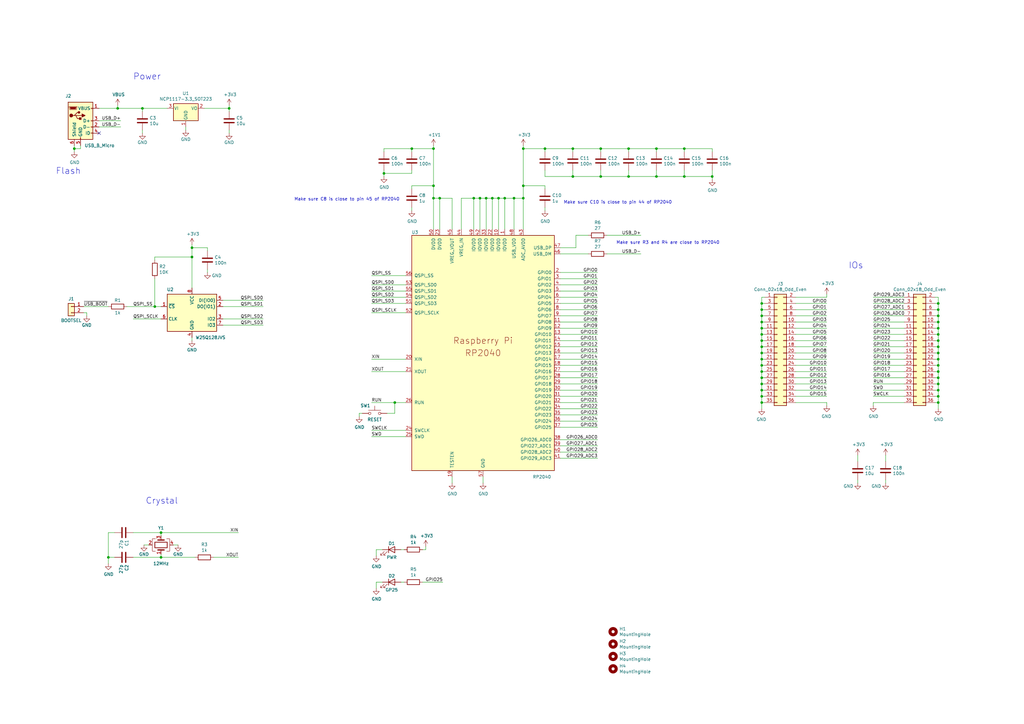
<source format=kicad_sch>
(kicad_sch (version 20211123) (generator eeschema)
  (paper "A3")
  (title_block (title "RP2040 Minimal Design Example") (date "2020-12-18") (rev "REV1") (company "Raspberry Pi (Trading) Ltd"))
  (lib_symbols
    (symbol "Connector:USB_B_Micro" (pin_names (offset 1.016))
      (property "Reference" "J" (at -5.08 11.43 0))
      (property "Value" "USB_B_Micro" (at -5.08 8.89 0))
      (symbol "USB_B_Micro_1_1"
        (pin power_out line (at 7.62 5.08 180) (length 2.54) (name "VBUS") (number "1"))
        (pin bidirectional line (at 7.62 -2.54 180) (length 2.54) (name "D-") (number "2"))
        (pin bidirectional line (at 7.62 0 180) (length 2.54) (name "D+") (number "3"))
        (pin passive line (at 7.62 -5.08 180) (length 2.54) (name "ID") (number "4"))
        (pin power_out line (at 0 -10.16 90) (length 2.54) (name "GND") (number "5"))
        (pin passive line (at -2.54 -10.16 90) (length 2.54) (name "Shield") (number "6"))
      )
    )
    (symbol "Connector_Generic:Conn_01x02" (pin_names (offset 1.016) hide)
      (property "Reference" "J" (at 0 2.54 0))
      (property "Value" "Conn_01x02" (at 0 -5.08 0))
      (symbol "Conn_01x02_1_1"
        (pin passive line (at -5.08 0 0) (length 3.81) (name "Pin_1") (number "1"))
        (pin passive line (at -5.08 -2.54 0) (length 3.81) (name "Pin_2") (number "2"))
      )
    )
    (symbol "Connector_Generic:Conn_02x18_Odd_Even" (pin_names (offset 1.016) hide)
      (property "Reference" "J" (at 1.27 22.86 0))
      (property "Value" "Conn_02x18_Odd_Even" (at 1.27 -25.4 0))
      (symbol "Conn_02x18_Odd_Even_1_1"
        (pin passive line (at -5.08 20.32 0) (length 3.81) (name "Pin_1") (number "1"))
        (pin passive line (at 7.62 10.16 180) (length 3.81) (name "Pin_10") (number "10"))
        (pin passive line (at -5.08 7.62 0) (length 3.81) (name "Pin_11") (number "11"))
        (pin passive line (at 7.62 7.62 180) (length 3.81) (name "Pin_12") (number "12"))
        (pin passive line (at -5.08 5.08 0) (length 3.81) (name "Pin_13") (number "13"))
        (pin passive line (at 7.62 5.08 180) (length 3.81) (name "Pin_14") (number "14"))
        (pin passive line (at -5.08 2.54 0) (length 3.81) (name "Pin_15") (number "15"))
        (pin passive line (at 7.62 2.54 180) (length 3.81) (name "Pin_16") (number "16"))
        (pin passive line (at -5.08 0 0) (length 3.81) (name "Pin_17") (number "17"))
        (pin passive line (at 7.62 0 180) (length 3.81) (name "Pin_18") (number "18"))
        (pin passive line (at -5.08 -2.54 0) (length 3.81) (name "Pin_19") (number "19"))
        (pin passive line (at 7.62 20.32 180) (length 3.81) (name "Pin_2") (number "2"))
        (pin passive line (at 7.62 -2.54 180) (length 3.81) (name "Pin_20") (number "20"))
        (pin passive line (at -5.08 -5.08 0) (length 3.81) (name "Pin_21") (number "21"))
        (pin passive line (at 7.62 -5.08 180) (length 3.81) (name "Pin_22") (number "22"))
        (pin passive line (at -5.08 -7.62 0) (length 3.81) (name "Pin_23") (number "23"))
        (pin passive line (at 7.62 -7.62 180) (length 3.81) (name "Pin_24") (number "24"))
        (pin passive line (at -5.08 -10.16 0) (length 3.81) (name "Pin_25") (number "25"))
        (pin passive line (at 7.62 -10.16 180) (length 3.81) (name "Pin_26") (number "26"))
        (pin passive line (at -5.08 -12.7 0) (length 3.81) (name "Pin_27") (number "27"))
        (pin passive line (at 7.62 -12.7 180) (length 3.81) (name "Pin_28") (number "28"))
        (pin passive line (at -5.08 -15.24 0) (length 3.81) (name "Pin_29") (number "29"))
        (pin passive line (at -5.08 17.78 0) (length 3.81) (name "Pin_3") (number "3"))
        (pin passive line (at 7.62 -15.24 180) (length 3.81) (name "Pin_30") (number "30"))
        (pin passive line (at -5.08 -17.78 0) (length 3.81) (name "Pin_31") (number "31"))
        (pin passive line (at 7.62 -17.78 180) (length 3.81) (name "Pin_32") (number "32"))
        (pin passive line (at -5.08 -20.32 0) (length 3.81) (name "Pin_33") (number "33"))
        (pin passive line (at 7.62 -20.32 180) (length 3.81) (name "Pin_34") (number "34"))
        (pin passive line (at -5.08 -22.86 0) (length 3.81) (name "Pin_35") (number "35"))
        (pin passive line (at 7.62 -22.86 180) (length 3.81) (name "Pin_36") (number "36"))
        (pin passive line (at 7.62 17.78 180) (length 3.81) (name "Pin_4") (number "4"))
        (pin passive line (at -5.08 15.24 0) (length 3.81) (name "Pin_5") (number "5"))
        (pin passive line (at 7.62 15.24 180) (length 3.81) (name "Pin_6") (number "6"))
        (pin passive line (at -5.08 12.7 0) (length 3.81) (name "Pin_7") (number "7"))
        (pin passive line (at 7.62 12.7 180) (length 3.81) (name "Pin_8") (number "8"))
        (pin passive line (at -5.08 10.16 0) (length 3.81) (name "Pin_9") (number "9"))
      )
    )
    (symbol "Device:C" (pin_numbers hide) (pin_names (offset 0.254))
      (property "Reference" "C" (at 0.635 2.54 0))
      (property "Value" "C" (at 0.635 -2.54 0))
      (symbol "C_1_1"
        (pin passive line (at 0 3.81 270) (length 2.794) (name "~") (number "1"))
        (pin passive line (at 0 -3.81 90) (length 2.794) (name "~") (number "2"))
      )
    )
    (symbol "Device:Crystal_GND24" (pin_names (offset 1.016) hide)
      (property "Reference" "Y" (at 3.175 5.08 0))
      (property "Value" "Crystal_GND24" (at 3.175 3.175 0))
      (symbol "Crystal_GND24_1_1"
        (pin passive line (at -3.81 0 0) (length 1.27) (name "1") (number "1"))
        (pin passive line (at 0 5.08 270) (length 1.27) (name "2") (number "2"))
        (pin passive line (at 3.81 0 180) (length 1.27) (name "3") (number "3"))
        (pin passive line (at 0 -5.08 90) (length 1.27) (name "4") (number "4"))
      )
    )
    (symbol "Device:LED" (pin_numbers hide) (pin_names (offset 1.016) hide)
      (property "Reference" "D" (at 0 2.54 0))
      (property "Value" "LED" (at 0 -2.54 0))
      (symbol "LED_1_1"
        (pin passive line (at -3.81 0 0) (length 2.54) (name "K") (number "1"))
        (pin passive line (at 3.81 0 180) (length 2.54) (name "A") (number "2"))
      )
    )
    (symbol "Device:R" (pin_numbers hide) (pin_names (offset 0))
      (property "Reference" "R" (at 2.032 0 90))
      (property "Value" "R" (at 0 0 90))
      (symbol "R_1_1"
        (pin passive line (at 0 3.81 270) (length 1.27) (name "~") (number "1"))
        (pin passive line (at 0 -3.81 90) (length 1.27) (name "~") (number "2"))
      )
    )
    (symbol "MCU_RaspberryPi_RP2040:RP2040" (pin_names (offset 1.016))
      (property "Reference" "U" (at -29.21 49.53 0))
      (property "Value" "RP2040" (at 24.13 -49.53 0))
      (symbol "RP2040_0_0"
        (text "Raspberry Pi" (at 0 5.08 0) (effects (font (size 2.54 2.54))))
        (text "RP2040" (at 0 0 0) (effects (font (size 2.54 2.54))))
      )
      (symbol "RP2040_1_1"
        (pin power_in line (at 8.89 50.8 270) (length 2.54) (name "IOVDD") (number "1"))
        (pin power_in line (at 6.35 50.8 270) (length 2.54) (name "IOVDD") (number "10"))
        (pin bidirectional line (at 31.75 12.7 180) (length 2.54) (name "GPIO8") (number "11"))
        (pin bidirectional line (at 31.75 10.16 180) (length 2.54) (name "GPIO9") (number "12"))
        (pin bidirectional line (at 31.75 7.62 180) (length 2.54) (name "GPIO10") (number "13"))
        (pin bidirectional line (at 31.75 5.08 180) (length 2.54) (name "GPIO11") (number "14"))
        (pin bidirectional line (at 31.75 2.54 180) (length 2.54) (name "GPIO12") (number "15"))
        (pin bidirectional line (at 31.75 0 180) (length 2.54) (name "GPIO13") (number "16"))
        (pin bidirectional line (at 31.75 -2.54 180) (length 2.54) (name "GPIO14") (number "17"))
        (pin bidirectional line (at 31.75 -5.08 180) (length 2.54) (name "GPIO15") (number "18"))
        (pin passive line (at -12.7 -50.8 90) (length 2.54) (name "TESTEN") (number "19"))
        (pin bidirectional line (at 31.75 33.02 180) (length 2.54) (name "GPIO0") (number "2"))
        (pin input line (at -31.75 -2.54 0) (length 2.54) (name "XIN") (number "20"))
        (pin passive line (at -31.75 -7.62 0) (length 2.54) (name "XOUT") (number "21"))
        (pin power_in line (at 3.81 50.8 270) (length 2.54) (name "IOVDD") (number "22"))
        (pin power_in line (at -17.78 50.8 270) (length 2.54) (name "DVDD") (number "23"))
        (pin output line (at -31.75 -31.75 0) (length 2.54) (name "SWCLK") (number "24"))
        (pin bidirectional line (at -31.75 -34.29 0) (length 2.54) (name "SWD") (number "25"))
        (pin input line (at -31.75 -20.32 0) (length 2.54) (name "RUN") (number "26"))
        (pin bidirectional line (at 31.75 -7.62 180) (length 2.54) (name "GPIO16") (number "27"))
        (pin bidirectional line (at 31.75 -10.16 180) (length 2.54) (name "GPIO17") (number "28"))
        (pin bidirectional line (at 31.75 -12.7 180) (length 2.54) (name "GPIO18") (number "29"))
        (pin bidirectional line (at 31.75 30.48 180) (length 2.54) (name "GPIO1") (number "3"))
        (pin bidirectional line (at 31.75 -15.24 180) (length 2.54) (name "GPIO19") (number "30"))
        (pin bidirectional line (at 31.75 -17.78 180) (length 2.54) (name "GPIO20") (number "31"))
        (pin bidirectional line (at 31.75 -20.32 180) (length 2.54) (name "GPIO21") (number "32"))
        (pin power_in line (at 1.27 50.8 270) (length 2.54) (name "IOVDD") (number "33"))
        (pin bidirectional line (at 31.75 -22.86 180) (length 2.54) (name "GPIO22") (number "34"))
        (pin bidirectional line (at 31.75 -25.4 180) (length 2.54) (name "GPIO23") (number "35"))
        (pin bidirectional line (at 31.75 -27.94 180) (length 2.54) (name "GPIO24") (number "36"))
        (pin bidirectional line (at 31.75 -30.48 180) (length 2.54) (name "GPIO25") (number "37"))
        (pin bidirectional line (at 31.75 -35.56 180) (length 2.54) (name "GPIO26_ADC0") (number "38"))
        (pin bidirectional line (at 31.75 -38.1 180) (length 2.54) (name "GPIO27_ADC1") (number "39"))
        (pin bidirectional line (at 31.75 27.94 180) (length 2.54) (name "GPIO2") (number "4"))
        (pin bidirectional line (at 31.75 -40.64 180) (length 2.54) (name "GPIO28_ADC2") (number "40"))
        (pin bidirectional line (at 31.75 -43.18 180) (length 2.54) (name "GPIO29_ADC3") (number "41"))
        (pin power_in line (at -1.27 50.8 270) (length 2.54) (name "IOVDD") (number "42"))
        (pin power_in line (at 16.51 50.8 270) (length 2.54) (name "ADC_AVDD") (number "43"))
        (pin power_in line (at -8.89 50.8 270) (length 2.54) (name "VREG_IN") (number "44"))
        (pin power_out line (at -12.7 50.8 270) (length 2.54) (name "VREG_VOUT") (number "45"))
        (pin bidirectional line (at 31.75 40.64 180) (length 2.54) (name "USB_DM") (number "46"))
        (pin bidirectional line (at 31.75 43.18 180) (length 2.54) (name "USB_DP") (number "47"))
        (pin power_in line (at 12.7 50.8 270) (length 2.54) (name "USB_VDD") (number "48"))
        (pin power_in line (at -3.81 50.8 270) (length 2.54) (name "IOVDD") (number "49"))
        (pin bidirectional line (at 31.75 25.4 180) (length 2.54) (name "GPIO3") (number "5"))
        (pin power_in line (at -20.32 50.8 270) (length 2.54) (name "DVDD") (number "50"))
        (pin bidirectional line (at -31.75 20.32 0) (length 2.54) (name "QSPI_SD3") (number "51"))
        (pin output line (at -31.75 16.51 0) (length 2.54) (name "QSPI_SCLK") (number "52"))
        (pin bidirectional line (at -31.75 27.94 0) (length 2.54) (name "QSPI_SD0") (number "53"))
        (pin bidirectional line (at -31.75 22.86 0) (length 2.54) (name "QSPI_SD2") (number "54"))
        (pin bidirectional line (at -31.75 25.4 0) (length 2.54) (name "QSPI_SD1") (number "55"))
        (pin bidirectional line (at -31.75 31.75 0) (length 2.54) (name "QSPI_SS") (number "56"))
        (pin power_in line (at 0 -50.8 90) (length 2.54) (name "GND") (number "57"))
        (pin bidirectional line (at 31.75 22.86 180) (length 2.54) (name "GPIO4") (number "6"))
        (pin bidirectional line (at 31.75 20.32 180) (length 2.54) (name "GPIO5") (number "7"))
        (pin bidirectional line (at 31.75 17.78 180) (length 2.54) (name "GPIO6") (number "8"))
        (pin bidirectional line (at 31.75 15.24 180) (length 2.54) (name "GPIO7") (number "9"))
      )
    )
    (symbol "Mechanical:MountingHole" (pin_names (offset 1.016))
      (property "Reference" "H" (at 0 5.08 0))
      (property "Value" "MountingHole" (at 0 3.175 0))
    )
    (symbol "Memory_Flash:W25Q128JVS"
      (property "Reference" "U" (at -8.89 8.89 0))
      (property "Value" "W25Q128JVS" (at 7.62 8.89 0))
      (symbol "W25Q128JVS_1_1"
        (pin input line (at -12.7 2.54 0) (length 2.54) (name "~{CS}") (number "1"))
        (pin bidirectional line (at 12.7 2.54 180) (length 2.54) (name "DO(IO1)") (number "2"))
        (pin bidirectional line (at 12.7 -2.54 180) (length 2.54) (name "IO2") (number "3"))
        (pin power_in line (at 0 -10.16 90) (length 2.54) (name "GND") (number "4"))
        (pin bidirectional line (at 12.7 5.08 180) (length 2.54) (name "DI(IO0)") (number "5"))
        (pin input line (at -12.7 -2.54 0) (length 2.54) (name "CLK") (number "6"))
        (pin bidirectional line (at 12.7 -5.08 180) (length 2.54) (name "IO3") (number "7"))
        (pin power_in line (at 0 10.16 270) (length 2.54) (name "VCC") (number "8"))
      )
    )
    (symbol "Regulator_Linear:NCP1117-3.3_SOT223" (pin_names (offset 0.254))
      (property "Reference" "U" (at -3.81 3.175 0))
      (property "Value" "NCP1117-3.3_SOT223" (at 0 3.175 0))
      (symbol "NCP1117-3.3_SOT223_1_1"
        (pin power_in line (at 0 -7.62 90) (length 2.54) (name "GND") (number "1"))
        (pin power_out line (at 7.62 0 180) (length 2.54) (name "VO") (number "2"))
        (pin power_in line (at -7.62 0 0) (length 2.54) (name "VI") (number "3"))
      )
    )
    (symbol "Switch:SW_Push" (pin_numbers hide) (pin_names (offset 1.016) hide)
      (property "Reference" "SW" (at 1.27 2.54 0))
      (property "Value" "SW_Push" (at 0 -1.524 0))
      (symbol "SW_Push_0_1"
        (pin passive line (at -5.08 0 0) (length 2.54) (name "1") (number "1"))
        (pin passive line (at 5.08 0 180) (length 2.54) (name "2") (number "2"))
      )
    )
    (symbol "power:+1V1" (power) (pin_names (offset 0))
      (property "Value" "+1V1" (at 0 3.556 0))
      (symbol "+1V1_1_1"
        (pin power_in line (at 0 0 90) (length 0) hide (name "+1V1") (number "1"))
      )
    )
    (symbol "power:+3V3" (power) (pin_names (offset 0))
      (property "Value" "+3V3" (at 0 3.556 0))
      (symbol "+3V3_1_1"
        (pin power_in line (at 0 0 90) (length 0) hide (name "+3V3") (number "1"))
      )
    )
    (symbol "power:GND" (power) (pin_names (offset 0))
      (property "Value" "GND" (at 0 -3.81 0))
      (symbol "GND_1_1"
        (pin power_in line (at 0 0 270) (length 0) hide (name "GND") (number "1"))
      )
    )
    (symbol "power:VBUS" (power) (pin_names (offset 0))
      (property "Value" "VBUS" (at 0 3.81 0))
      (symbol "VBUS_1_1"
        (pin power_in line (at 0 0 90) (length 0) hide (name "VBUS") (number "1"))
      )
    )
  )
  (junction (at 180.34 81.28))
  (junction (at 78.74 105.41))
  (junction (at 280.67 72.39))
  (junction (at 257.81 72.39))
  (junction (at 63.5 125.73))
  (junction (at 177.8 81.28))
  (junction (at 384.81 152.4))
  (junction (at 384.81 149.86))
  (junction (at 312.42 149.86))
  (junction (at 44.45 228.6))
  (junction (at 168.91 60.96))
  (junction (at 66.04 218.44))
  (junction (at 384.81 160.02))
  (junction (at 312.42 124.46))
  (junction (at 246.38 72.39))
  (junction (at 234.95 60.96))
  (junction (at 312.42 160.02))
  (junction (at 384.81 162.56))
  (junction (at 292.1 72.39))
  (junction (at 199.39 81.28))
  (junction (at 177.8 76.2))
  (junction (at 269.24 60.96))
  (junction (at 234.95 72.39))
  (junction (at 93.98 44.45))
  (junction (at 269.24 72.39))
  (junction (at 214.63 76.2))
  (junction (at 312.42 129.54))
  (junction (at 312.42 134.62))
  (junction (at 78.74 101.6))
  (junction (at 58.42 44.45))
  (junction (at 384.81 165.1))
  (junction (at 384.81 157.48))
  (junction (at 201.93 81.28))
  (junction (at 312.42 142.24))
  (junction (at 384.81 154.94))
  (junction (at 280.67 60.96))
  (junction (at 312.42 154.94))
  (junction (at 384.81 142.24))
  (junction (at 157.48 71.12))
  (junction (at 384.81 139.7))
  (junction (at 384.81 147.32))
  (junction (at 30.48 60.96))
  (junction (at 384.81 124.46))
  (junction (at 194.31 81.28))
  (junction (at 312.42 165.1))
  (junction (at 207.01 81.28))
  (junction (at 384.81 132.08))
  (junction (at 66.04 228.6))
  (junction (at 214.63 81.28))
  (junction (at 48.26 44.45))
  (junction (at 312.42 152.4))
  (junction (at 312.42 144.78))
  (junction (at 177.8 60.96))
  (junction (at 257.81 60.96))
  (junction (at 312.42 162.56))
  (junction (at 384.81 144.78))
  (junction (at 312.42 137.16))
  (junction (at 246.38 60.96))
  (junction (at 223.52 60.96))
  (junction (at 312.42 132.08))
  (junction (at 204.47 81.28))
  (junction (at 384.81 127))
  (junction (at 312.42 147.32))
  (junction (at 312.42 139.7))
  (junction (at 384.81 137.16))
  (junction (at 161.925 165.1))
  (junction (at 384.81 134.62))
  (junction (at 312.42 157.48))
  (junction (at 384.81 129.54))
  (junction (at 214.63 60.96))
  (junction (at 196.85 81.28))
  (junction (at 210.82 81.28))
  (junction (at 312.42 127))
  (no_connect (at 40.64 54.61))
  (wire (pts (xy 78.74 101.6) (xy 78.74 105.41)))
  (wire (pts (xy 180.34 81.28) (xy 177.8 81.28)))
  (wire (pts (xy 196.85 81.28) (xy 199.39 81.28)))
  (wire (pts (xy 157.48 69.85) (xy 157.48 71.12)))
  (wire (pts (xy 383.54 142.24) (xy 384.81 142.24)))
  (wire (pts (xy 339.09 124.46) (xy 326.39 124.46)))
  (wire (pts (xy 71.12 223.52) (xy 73.025 223.52)))
  (wire (pts (xy 229.87 160.02) (xy 245.11 160.02)))
  (wire (pts (xy 185.42 81.28) (xy 180.34 81.28)))
  (wire (pts (xy 229.87 154.94) (xy 245.11 154.94)))
  (wire (pts (xy 161.925 165.1) (xy 152.4 165.1)))
  (wire (pts (xy 339.09 166.37) (xy 339.09 165.1)))
  (wire (pts (xy 370.84 149.86) (xy 358.14 149.86)))
  (wire (pts (xy 383.54 134.62) (xy 384.81 134.62)))
  (wire (pts (xy 229.87 116.84) (xy 245.11 116.84)))
  (wire (pts (xy 313.69 139.7) (xy 312.42 139.7)))
  (wire (pts (xy 370.84 137.16) (xy 358.14 137.16)))
  (wire (pts (xy 339.09 129.54) (xy 326.39 129.54)))
  (wire (pts (xy 312.42 149.86) (xy 312.42 152.4)))
  (wire (pts (xy 257.81 62.23) (xy 257.81 60.96)))
  (wire (pts (xy 370.84 152.4) (xy 358.14 152.4)))
  (wire (pts (xy 33.02 59.69) (xy 33.02 60.96)))
  (wire (pts (xy 312.42 144.78) (xy 312.42 147.32)))
  (wire (pts (xy 339.09 149.86) (xy 326.39 149.86)))
  (wire (pts (xy 339.09 152.4) (xy 326.39 152.4)))
  (wire (pts (xy 312.42 165.1) (xy 312.42 167.64)))
  (wire (pts (xy 313.69 149.86) (xy 312.42 149.86)))
  (wire (pts (xy 189.23 93.98) (xy 189.23 81.28)))
  (wire (pts (xy 207.01 81.28) (xy 207.01 93.98)))
  (wire (pts (xy 229.87 147.32) (xy 245.11 147.32)))
  (wire (pts (xy 339.09 127) (xy 326.39 127)))
  (wire (pts (xy 236.22 96.52) (xy 236.22 101.6)))
  (wire (pts (xy 30.48 59.69) (xy 30.48 60.96)))
  (wire (pts (xy 312.42 162.56) (xy 312.42 165.1)))
  (wire (pts (xy 63.5 105.41) (xy 78.74 105.41)))
  (wire (pts (xy 370.84 134.62) (xy 358.14 134.62)))
  (wire (pts (xy 194.31 81.28) (xy 196.85 81.28)))
  (wire (pts (xy 152.4 119.38) (xy 166.37 119.38)))
  (wire (pts (xy 312.42 154.94) (xy 312.42 157.48)))
  (wire (pts (xy 198.12 195.58) (xy 198.12 198.12)))
  (wire (pts (xy 383.54 162.56) (xy 384.81 162.56)))
  (wire (pts (xy 351.79 186.69) (xy 351.79 189.23)))
  (wire (pts (xy 312.42 142.24) (xy 312.42 144.78)))
  (wire (pts (xy 229.87 172.72) (xy 245.11 172.72)))
  (wire (pts (xy 214.63 60.96) (xy 223.52 60.96)))
  (wire (pts (xy 78.74 100.33) (xy 78.74 101.6)))
  (wire (pts (xy 166.37 128.27) (xy 152.4 128.27)))
  (wire (pts (xy 339.09 162.56) (xy 326.39 162.56)))
  (wire (pts (xy 58.42 45.72) (xy 58.42 44.45)))
  (wire (pts (xy 78.74 138.43) (xy 78.74 139.7)))
  (wire (pts (xy 210.82 93.98) (xy 210.82 81.28)))
  (wire (pts (xy 229.87 119.38) (xy 245.11 119.38)))
  (wire (pts (xy 339.09 139.7) (xy 326.39 139.7)))
  (wire (pts (xy 358.14 166.37) (xy 358.14 165.1)))
  (wire (pts (xy 223.52 77.47) (xy 223.52 76.2)))
  (wire (pts (xy 312.42 121.92) (xy 312.42 124.46)))
  (wire (pts (xy 229.87 144.78) (xy 245.11 144.78)))
  (wire (pts (xy 223.52 85.09) (xy 223.52 86.36)))
  (wire (pts (xy 313.69 157.48) (xy 312.42 157.48)))
  (wire (pts (xy 229.87 139.7) (xy 245.11 139.7)))
  (wire (pts (xy 280.67 72.39) (xy 269.24 72.39)))
  (wire (pts (xy 33.02 60.96) (xy 30.48 60.96)))
  (wire (pts (xy 313.69 127) (xy 312.42 127)))
  (wire (pts (xy 370.84 127) (xy 358.14 127)))
  (wire (pts (xy 166.37 152.4) (xy 152.4 152.4)))
  (wire (pts (xy 257.81 69.85) (xy 257.81 72.39)))
  (wire (pts (xy 370.84 121.92) (xy 358.14 121.92)))
  (wire (pts (xy 229.87 114.3) (xy 245.11 114.3)))
  (wire (pts (xy 214.63 76.2) (xy 214.63 81.28)))
  (wire (pts (xy 147.32 169.545) (xy 148.59 169.545)))
  (wire (pts (xy 196.85 93.98) (xy 196.85 81.28)))
  (wire (pts (xy 312.42 137.16) (xy 312.42 139.7)))
  (wire (pts (xy 313.69 160.02) (xy 312.42 160.02)))
  (wire (pts (xy 312.42 147.32) (xy 312.42 149.86)))
  (wire (pts (xy 91.44 125.73) (xy 107.95 125.73)))
  (wire (pts (xy 313.69 152.4) (xy 312.42 152.4)))
  (wire (pts (xy 234.95 62.23) (xy 234.95 60.96)))
  (wire (pts (xy 370.84 154.94) (xy 358.14 154.94)))
  (wire (pts (xy 185.42 93.98) (xy 185.42 81.28)))
  (wire (pts (xy 168.91 76.2) (xy 177.8 76.2)))
  (wire (pts (xy 40.64 52.07) (xy 49.53 52.07)))
  (wire (pts (xy 339.09 147.32) (xy 326.39 147.32)))
  (wire (pts (xy 93.98 44.45) (xy 93.98 43.18)))
  (wire (pts (xy 384.81 137.16) (xy 384.81 139.7)))
  (wire (pts (xy 85.09 110.49) (xy 85.09 111.76)))
  (wire (pts (xy 229.87 149.86) (xy 245.11 149.86)))
  (wire (pts (xy 93.98 45.72) (xy 93.98 44.45)))
  (wire (pts (xy 370.84 132.08) (xy 358.14 132.08)))
  (wire (pts (xy 164.465 238.76) (xy 165.735 238.76)))
  (wire (pts (xy 173.355 238.76) (xy 181.61 238.76)))
  (wire (pts (xy 168.91 62.23) (xy 168.91 60.96)))
  (wire (pts (xy 194.31 93.98) (xy 194.31 81.28)))
  (wire (pts (xy 383.54 127) (xy 384.81 127)))
  (wire (pts (xy 52.07 125.73) (xy 63.5 125.73)))
  (wire (pts (xy 229.87 165.1) (xy 245.11 165.1)))
  (wire (pts (xy 313.69 124.46) (xy 312.42 124.46)))
  (wire (pts (xy 383.54 152.4) (xy 384.81 152.4)))
  (wire (pts (xy 157.48 62.23) (xy 157.48 60.96)))
  (wire (pts (xy 384.81 149.86) (xy 384.81 152.4)))
  (wire (pts (xy 280.67 69.85) (xy 280.67 72.39)))
  (wire (pts (xy 152.4 147.32) (xy 166.37 147.32)))
  (wire (pts (xy 158.75 169.545) (xy 161.925 169.545)))
  (wire (pts (xy 229.87 182.88) (xy 245.11 182.88)))
  (wire (pts (xy 384.81 165.1) (xy 384.81 167.64)))
  (wire (pts (xy 339.09 157.48) (xy 326.39 157.48)))
  (wire (pts (xy 339.09 132.08) (xy 326.39 132.08)))
  (wire (pts (xy 229.87 101.6) (xy 236.22 101.6)))
  (wire (pts (xy 384.81 154.94) (xy 384.81 157.48)))
  (wire (pts (xy 173.355 225.425) (xy 174.625 225.425)))
  (wire (pts (xy 157.48 60.96) (xy 168.91 60.96)))
  (wire (pts (xy 312.42 157.48) (xy 312.42 160.02)))
  (wire (pts (xy 384.81 142.24) (xy 384.81 144.78)))
  (wire (pts (xy 204.47 93.98) (xy 204.47 81.28)))
  (wire (pts (xy 313.69 144.78) (xy 312.42 144.78)))
  (wire (pts (xy 383.54 132.08) (xy 384.81 132.08)))
  (wire (pts (xy 35.56 129.54) (xy 35.56 128.27)))
  (wire (pts (xy 312.42 132.08) (xy 312.42 134.62)))
  (wire (pts (xy 234.95 69.85) (xy 234.95 72.39)))
  (wire (pts (xy 384.81 160.02) (xy 384.81 162.56)))
  (wire (pts (xy 199.39 93.98) (xy 199.39 81.28)))
  (wire (pts (xy 166.37 176.53) (xy 152.4 176.53)))
  (wire (pts (xy 210.82 81.28) (xy 214.63 81.28)))
  (wire (pts (xy 229.87 180.34) (xy 245.11 180.34)))
  (wire (pts (xy 234.95 72.39) (xy 223.52 72.39)))
  (wire (pts (xy 161.925 169.545) (xy 161.925 165.1)))
  (wire (pts (xy 313.69 147.32) (xy 312.42 147.32)))
  (wire (pts (xy 248.92 96.52) (xy 262.89 96.52)))
  (wire (pts (xy 383.54 149.86) (xy 384.81 149.86)))
  (wire (pts (xy 85.09 101.6) (xy 78.74 101.6)))
  (wire (pts (xy 189.23 81.28) (xy 194.31 81.28)))
  (wire (pts (xy 152.4 116.84) (xy 166.37 116.84)))
  (wire (pts (xy 68.58 44.45) (xy 58.42 44.45)))
  (wire (pts (xy 229.87 162.56) (xy 245.11 162.56)))
  (wire (pts (xy 383.54 129.54) (xy 384.81 129.54)))
  (wire (pts (xy 384.81 129.54) (xy 384.81 132.08)))
  (wire (pts (xy 157.48 71.12) (xy 168.91 71.12)))
  (wire (pts (xy 383.54 124.46) (xy 384.81 124.46)))
  (wire (pts (xy 152.4 121.92) (xy 166.37 121.92)))
  (wire (pts (xy 168.91 85.09) (xy 168.91 86.36)))
  (wire (pts (xy 48.26 44.45) (xy 58.42 44.45)))
  (wire (pts (xy 154.305 225.425) (xy 156.845 225.425)))
  (wire (pts (xy 384.81 134.62) (xy 384.81 137.16)))
  (wire (pts (xy 44.45 228.6) (xy 44.45 231.14)))
  (wire (pts (xy 370.84 144.78) (xy 358.14 144.78)))
  (wire (pts (xy 229.87 187.96) (xy 245.11 187.96)))
  (wire (pts (xy 54.61 218.44) (xy 66.04 218.44)))
  (wire (pts (xy 339.09 165.1) (xy 326.39 165.1)))
  (wire (pts (xy 58.42 53.34) (xy 58.42 54.61)))
  (wire (pts (xy 40.64 44.45) (xy 48.26 44.45)))
  (wire (pts (xy 312.42 129.54) (xy 312.42 132.08)))
  (wire (pts (xy 229.87 167.64) (xy 245.11 167.64)))
  (wire (pts (xy 85.09 102.87) (xy 85.09 101.6)))
  (wire (pts (xy 384.81 147.32) (xy 384.81 149.86)))
  (wire (pts (xy 66.04 218.44) (xy 97.79 218.44)))
  (wire (pts (xy 383.54 160.02) (xy 384.81 160.02)))
  (wire (pts (xy 229.87 142.24) (xy 245.11 142.24)))
  (wire (pts (xy 177.8 60.96) (xy 177.8 76.2)))
  (wire (pts (xy 339.09 142.24) (xy 326.39 142.24)))
  (wire (pts (xy 370.84 162.56) (xy 358.14 162.56)))
  (wire (pts (xy 83.82 44.45) (xy 93.98 44.45)))
  (wire (pts (xy 370.84 160.02) (xy 358.14 160.02)))
  (wire (pts (xy 166.37 113.03) (xy 152.4 113.03)))
  (wire (pts (xy 91.44 130.81) (xy 107.95 130.81)))
  (wire (pts (xy 292.1 62.23) (xy 292.1 60.96)))
  (wire (pts (xy 229.87 157.48) (xy 245.11 157.48)))
  (wire (pts (xy 313.69 132.08) (xy 312.42 132.08)))
  (wire (pts (xy 78.74 105.41) (xy 78.74 118.11)))
  (wire (pts (xy 313.69 129.54) (xy 312.42 129.54)))
  (wire (pts (xy 177.8 76.2) (xy 177.8 81.28)))
  (wire (pts (xy 280.67 72.39) (xy 292.1 72.39)))
  (wire (pts (xy 339.09 121.92) (xy 339.09 120.65)))
  (wire (pts (xy 383.54 165.1) (xy 384.81 165.1)))
  (wire (pts (xy 339.09 134.62) (xy 326.39 134.62)))
  (wire (pts (xy 312.42 139.7) (xy 312.42 142.24)))
  (wire (pts (xy 87.63 228.6) (xy 97.79 228.6)))
  (wire (pts (xy 166.37 179.07) (xy 152.4 179.07)))
  (wire (pts (xy 313.69 121.92) (xy 312.42 121.92)))
  (wire (pts (xy 44.45 218.44) (xy 44.45 228.6)))
  (wire (pts (xy 54.61 130.81) (xy 66.04 130.81)))
  (wire (pts (xy 174.625 225.425) (xy 174.625 224.155)))
  (wire (pts (xy 40.64 49.53) (xy 49.53 49.53)))
  (wire (pts (xy 384.81 139.7) (xy 384.81 142.24)))
  (wire (pts (xy 59.055 223.52) (xy 60.96 223.52)))
  (wire (pts (xy 248.92 104.14) (xy 262.89 104.14)))
  (wire (pts (xy 384.81 157.48) (xy 384.81 160.02)))
  (wire (pts (xy 168.91 60.96) (xy 177.8 60.96)))
  (wire (pts (xy 313.69 162.56) (xy 312.42 162.56)))
  (wire (pts (xy 229.87 170.18) (xy 245.11 170.18)))
  (wire (pts (xy 34.29 125.73) (xy 44.45 125.73)))
  (wire (pts (xy 269.24 60.96) (xy 280.67 60.96)))
  (wire (pts (xy 66.04 228.6) (xy 80.01 228.6)))
  (wire (pts (xy 63.5 106.68) (xy 63.5 105.41)))
  (wire (pts (xy 358.14 165.1) (xy 370.84 165.1)))
  (wire (pts (xy 207.01 81.28) (xy 210.82 81.28)))
  (wire (pts (xy 351.79 196.85) (xy 351.79 198.12)))
  (wire (pts (xy 313.69 134.62) (xy 312.42 134.62)))
  (wire (pts (xy 280.67 60.96) (xy 292.1 60.96)))
  (wire (pts (xy 204.47 81.28) (xy 207.01 81.28)))
  (wire (pts (xy 76.2 52.07) (xy 76.2 53.34)))
  (wire (pts (xy 63.5 125.73) (xy 66.04 125.73)))
  (wire (pts (xy 384.81 144.78) (xy 384.81 147.32)))
  (wire (pts (xy 370.84 124.46) (xy 358.14 124.46)))
  (wire (pts (xy 180.34 93.98) (xy 180.34 81.28)))
  (wire (pts (xy 229.87 137.16) (xy 245.11 137.16)))
  (wire (pts (xy 269.24 69.85) (xy 269.24 72.39)))
  (wire (pts (xy 154.305 241.3) (xy 154.305 238.76)))
  (wire (pts (xy 384.81 162.56) (xy 384.81 165.1)))
  (wire (pts (xy 214.63 76.2) (xy 223.52 76.2)))
  (wire (pts (xy 229.87 134.62) (xy 245.11 134.62)))
  (wire (pts (xy 91.44 123.19) (xy 107.95 123.19)))
  (wire (pts (xy 46.99 218.44) (xy 44.45 218.44)))
  (wire (pts (xy 199.39 81.28) (xy 201.93 81.28)))
  (wire (pts (xy 147.32 170.815) (xy 147.32 169.545)))
  (wire (pts (xy 93.98 53.34) (xy 93.98 54.61)))
  (wire (pts (xy 229.87 175.26) (xy 245.11 175.26)))
  (wire (pts (xy 292.1 69.85) (xy 292.1 72.39)))
  (wire (pts (xy 370.84 157.48) (xy 358.14 157.48)))
  (wire (pts (xy 223.52 69.85) (xy 223.52 72.39)))
  (wire (pts (xy 339.09 137.16) (xy 326.39 137.16)))
  (wire (pts (xy 164.465 225.425) (xy 165.735 225.425)))
  (wire (pts (xy 313.69 137.16) (xy 312.42 137.16)))
  (wire (pts (xy 34.29 128.27) (xy 35.56 128.27)))
  (wire (pts (xy 48.26 43.18) (xy 48.26 44.45)))
  (wire (pts (xy 177.8 81.28) (xy 177.8 93.98)))
  (wire (pts (xy 229.87 129.54) (xy 245.11 129.54)))
  (wire (pts (xy 257.81 72.39) (xy 246.38 72.39)))
  (wire (pts (xy 229.87 152.4) (xy 245.11 152.4)))
  (wire (pts (xy 246.38 72.39) (xy 234.95 72.39)))
  (wire (pts (xy 185.42 195.58) (xy 185.42 198.12)))
  (wire (pts (xy 223.52 62.23) (xy 223.52 60.96)))
  (wire (pts (xy 383.54 154.94) (xy 384.81 154.94)))
  (wire (pts (xy 177.8 59.69) (xy 177.8 60.96)))
  (wire (pts (xy 269.24 62.23) (xy 269.24 60.96)))
  (wire (pts (xy 383.54 139.7) (xy 384.81 139.7)))
  (wire (pts (xy 363.22 186.69) (xy 363.22 189.23)))
  (wire (pts (xy 384.81 121.92) (xy 384.81 124.46)))
  (wire (pts (xy 229.87 124.46) (xy 245.11 124.46)))
  (wire (pts (xy 229.87 121.92) (xy 245.11 121.92)))
  (wire (pts (xy 384.81 127) (xy 384.81 129.54)))
  (wire (pts (xy 154.305 238.76) (xy 156.845 238.76)))
  (wire (pts (xy 370.84 139.7) (xy 358.14 139.7)))
  (wire (pts (xy 214.63 60.96) (xy 214.63 76.2)))
  (wire (pts (xy 229.87 127) (xy 245.11 127)))
  (wire (pts (xy 152.4 124.46) (xy 166.37 124.46)))
  (wire (pts (xy 339.09 160.02) (xy 326.39 160.02)))
  (wire (pts (xy 63.5 114.3) (xy 63.5 125.73)))
  (wire (pts (xy 66.04 227.33) (xy 66.04 228.6)))
  (wire (pts (xy 166.37 165.1) (xy 161.925 165.1)))
  (wire (pts (xy 214.63 59.69) (xy 214.63 60.96)))
  (wire (pts (xy 91.44 133.35) (xy 107.95 133.35)))
  (wire (pts (xy 339.09 144.78) (xy 326.39 144.78)))
  (wire (pts (xy 313.69 165.1) (xy 312.42 165.1)))
  (wire (pts (xy 236.22 96.52) (xy 241.3 96.52)))
  (wire (pts (xy 383.54 144.78) (xy 384.81 144.78)))
  (wire (pts (xy 312.42 134.62) (xy 312.42 137.16)))
  (wire (pts (xy 154.305 227.965) (xy 154.305 225.425)))
  (wire (pts (xy 280.67 62.23) (xy 280.67 60.96)))
  (wire (pts (xy 312.42 124.46) (xy 312.42 127)))
  (wire (pts (xy 370.84 147.32) (xy 358.14 147.32)))
  (wire (pts (xy 66.04 219.71) (xy 66.04 218.44)))
  (wire (pts (xy 292.1 72.39) (xy 292.1 73.66)))
  (wire (pts (xy 384.81 124.46) (xy 384.81 127)))
  (wire (pts (xy 46.99 228.6) (xy 44.45 228.6)))
  (wire (pts (xy 269.24 72.39) (xy 257.81 72.39)))
  (wire (pts (xy 201.93 81.28) (xy 204.47 81.28)))
  (wire (pts (xy 384.81 132.08) (xy 384.81 134.62)))
  (wire (pts (xy 54.61 228.6) (xy 66.04 228.6)))
  (wire (pts (xy 339.09 121.92) (xy 326.39 121.92)))
  (wire (pts (xy 383.54 121.92) (xy 384.81 121.92)))
  (wire (pts (xy 370.84 142.24) (xy 358.14 142.24)))
  (wire (pts (xy 214.63 81.28) (xy 214.63 93.98)))
  (wire (pts (xy 257.81 60.96) (xy 269.24 60.96)))
  (wire (pts (xy 339.09 154.94) (xy 326.39 154.94)))
  (wire (pts (xy 246.38 60.96) (xy 257.81 60.96)))
  (wire (pts (xy 246.38 69.85) (xy 246.38 72.39)))
  (wire (pts (xy 229.87 132.08) (xy 245.11 132.08)))
  (wire (pts (xy 229.87 185.42) (xy 245.11 185.42)))
  (wire (pts (xy 363.22 196.85) (xy 363.22 198.12)))
  (wire (pts (xy 157.48 71.12) (xy 157.48 72.39)))
  (wire (pts (xy 312.42 127) (xy 312.42 129.54)))
  (wire (pts (xy 30.48 60.96) (xy 30.48 62.23)))
  (wire (pts (xy 168.91 71.12) (xy 168.91 69.85)))
  (wire (pts (xy 383.54 137.16) (xy 384.81 137.16)))
  (wire (pts (xy 312.42 152.4) (xy 312.42 154.94)))
  (wire (pts (xy 383.54 147.32) (xy 384.81 147.32)))
  (wire (pts (xy 168.91 77.47) (xy 168.91 76.2)))
  (wire (pts (xy 313.69 154.94) (xy 312.42 154.94)))
  (wire (pts (xy 246.38 62.23) (xy 246.38 60.96)))
  (wire (pts (xy 384.81 152.4) (xy 384.81 154.94)))
  (wire (pts (xy 370.84 129.54) (xy 358.14 129.54)))
  (wire (pts (xy 229.87 104.14) (xy 241.3 104.14)))
  (wire (pts (xy 234.95 60.96) (xy 246.38 60.96)))
  (wire (pts (xy 201.93 93.98) (xy 201.93 81.28)))
  (wire (pts (xy 383.54 157.48) (xy 384.81 157.48)))
  (wire (pts (xy 223.52 60.96) (xy 234.95 60.96)))
  (wire (pts (xy 313.69 142.24) (xy 312.42 142.24)))
  (wire (pts (xy 312.42 160.02) (xy 312.42 162.56)))
  (wire (pts (xy 229.87 111.76) (xy 245.11 111.76)))
  (text "Make sure C10 is close to pin 44 of RP2040" (at 231.14 83.82 0) (effects (font (size 1.27 1.27)) (justify left bottom)))
  (text "Power" (at 54.61 33.02 0) (effects (font (size 2.54 2.54)) (justify left bottom)))
  (text "Crystal" (at 59.69 207.01 0) (effects (font (size 2.54 2.54)) (justify left bottom)))
  (text "IOs" (at 347.98 110.49 0) (effects (font (size 2.54 2.54)) (justify left bottom)))
  (text "Make sure C8 is close to pin 45 of RP2040" (at 120.65 82.55 0) (effects (font (size 1.27 1.27)) (justify left bottom)))
  (text "Flash" (at 22.86 71.755 0) (effects (font (size 2.54 2.54)) (justify left bottom)))
  (text "Make sure R3 and R4 are close to RP2040" (at 252.73 100.33 0) (effects (font (size 1.27 1.27)) (justify left bottom)))
  (label "GPIO24" (at 245.11 172.72 180))
  (label "GPIO29_ADC3" (at 358.14 121.92 0))
  (label "XIN" (at 97.79 218.44 180))
  (label "GPIO12" (at 339.09 154.94 180))
  (label "XOUT" (at 152.4 152.4 0))
  (label "GPIO11" (at 245.11 139.7 180))
  (label "GPIO28_ADC2" (at 358.14 124.46 0))
  (label "GPIO1" (at 339.09 127 180))
  (label "GPIO0" (at 245.11 111.76 180))
  (label "USB_D-" (at 262.89 104.14 180))
  (label "GPIO5" (at 339.09 137.16 180))
  (label "GPIO19" (at 358.14 147.32 0))
  (label "QSPI_SD2" (at 152.4 121.92 0))
  (label "GPIO12" (at 245.11 142.24 180))
  (label "GPIO26_ADC0" (at 245.11 180.34 180))
  (label "RUN" (at 152.4 165.1 0))
  (label "GPIO22" (at 245.11 167.64 180))
  (label "USB_D+" (at 49.53 49.53 180))
  (label "GPIO3" (at 339.09 132.08 180))
  (label "GPIO10" (at 245.11 137.16 180))
  (label "GPIO13" (at 245.11 144.78 180))
  (label "QSPI_SD2" (at 107.95 130.81 180))
  (label "GPIO2" (at 245.11 116.84 180))
  (label "GPIO5" (at 245.11 124.46 180))
  (label "GPIO7" (at 245.11 129.54 180))
  (label "QSPI_SS" (at 152.4 113.03 0))
  (label "QSPI_SCLK" (at 54.61 130.81 0))
  (label "~{USB_BOOT}" (at 34.29 125.73 0))
  (label "GPIO9" (at 245.11 134.62 180))
  (label "GPIO2" (at 339.09 129.54 180))
  (label "QSPI_SD1" (at 152.4 119.38 0))
  (label "SWD" (at 152.4 179.07 0))
  (label "SWCLK" (at 358.14 162.56 0))
  (label "GPIO6" (at 339.09 139.7 180))
  (label "USB_D-" (at 49.53 52.07 180))
  (label "GPIO28_ADC2" (at 245.11 185.42 180))
  (label "QSPI_SD1" (at 107.95 125.73 180))
  (label "GPIO17" (at 358.14 152.4 0))
  (label "QSPI_SD0" (at 107.95 123.19 180))
  (label "GPIO8" (at 339.09 144.78 180))
  (label "GPIO29_ADC3" (at 245.11 187.96 180))
  (label "GPIO26_ADC0" (at 358.14 129.54 0))
  (label "QSPI_SD3" (at 107.95 133.35 180))
  (label "GPIO21" (at 245.11 165.1 180))
  (label "GPIO24" (at 358.14 134.62 0))
  (label "GPIO22" (at 358.14 139.7 0))
  (label "GPIO15" (at 245.11 149.86 180))
  (label "GPIO23" (at 245.11 170.18 180))
  (label "GPIO6" (at 245.11 127 180))
  (label "GPIO14" (at 245.11 147.32 180))
  (label "GPIO18" (at 358.14 149.86 0))
  (label "QSPI_SD3" (at 152.4 124.46 0))
  (label "GPIO3" (at 245.11 119.38 180))
  (label "XIN" (at 152.4 147.32 0))
  (label "GPIO25" (at 358.14 132.08 0))
  (label "GPIO1" (at 245.11 114.3 180))
  (label "GPIO16" (at 245.11 152.4 180))
  (label "GPIO7" (at 339.09 142.24 180))
  (label "GPIO15" (at 339.09 162.56 180))
  (label "QSPI_SD0" (at 152.4 116.84 0))
  (label "GPIO11" (at 339.09 152.4 180))
  (label "GPIO14" (at 339.09 160.02 180))
  (label "USB_D+" (at 262.89 96.52 180))
  (label "GPIO13" (at 339.09 157.48 180))
  (label "GPIO19" (at 245.11 160.02 180))
  (label "GPIO25" (at 181.61 238.76 180))
  (label "GPIO20" (at 245.11 162.56 180))
  (label "QSPI_SS" (at 54.61 125.73 0))
  (label "GPIO9" (at 339.09 147.32 180))
  (label "RUN" (at 358.14 157.48 0))
  (label "GPIO16" (at 358.14 154.94 0))
  (label "GPIO25" (at 245.11 175.26 180))
  (label "GPIO21" (at 358.14 142.24 0))
  (label "GPIO8" (at 245.11 132.08 180))
  (label "SWD" (at 358.14 160.02 0))
  (label "GPIO23" (at 358.14 137.16 0))
  (label "GPIO27_ADC1" (at 358.14 127 0))
  (label "GPIO4" (at 245.11 121.92 180))
  (label "GPIO4" (at 339.09 134.62 180))
  (label "QSPI_SCLK" (at 152.4 128.27 0))
  (label "XOUT" (at 97.79 228.6 180))
  (label "GPIO27_ADC1" (at 245.11 182.88 180))
  (label "SWCLK" (at 152.4 176.53 0))
  (label "GPIO17" (at 245.11 154.94 180))
  (label "GPIO18" (at 245.11 157.48 180))
  (label "GPIO0" (at 339.09 124.46 180))
  (label "GPIO10" (at 339.09 149.86 180))
  (label "GPIO20" (at 358.14 144.78 0))
  (symbol (lib_id "MCU_RaspberryPi_RP2040:RP2040") (at 198.12 144.78 0) (unit 1)
    (property "Reference" "U3" (at 170.18 95.25 0))
    (property "Value" "RP2040" (at 222.25 195.58 0))
    (property "Footprint" "RP2040_minimal:RP2040-QFN-56" (effects hide))
  )
  (symbol (lib_id "Device:C") (at 50.8 218.44 270) (unit 1)
    (property "Reference" "C1" (at 51.9684 221.361 0) (effects (justify left)))
    (property "Value" "27p" (at 49.657 221.361 0) (effects (justify left)))
    (property "Footprint" "Capacitor_SMD:C_0603_1608Metric" (effects hide))
  )
  (symbol (lib_id "Device:C") (at 50.8 228.6 270) (unit 1)
    (property "Reference" "C2" (at 51.9684 231.521 0) (effects (justify left)))
    (property "Value" "27p" (at 49.657 231.521 0) (effects (justify left)))
    (property "Footprint" "Capacitor_SMD:C_0603_1608Metric" (effects hide))
  )
  (symbol (lib_id "power:GND") (at 44.45 231.14 0) (unit 1)
    (property "Reference" "#PWR03" (effects hide))
    (property "Value" "GND" (at 44.577 235.5342 0))
  )
  (symbol (lib_id "Memory_Flash:W25Q128JVS") (at 78.74 128.27 0) (unit 1)
    (property "Reference" "U2" (at 69.85 118.745 0))
    (property "Value" "W25Q128JVS" (at 86.36 138.43 0))
    (property "Footprint" "Package_SO:SOIC-8_5.23x5.23mm_P1.27mm" (effects hide))
    (property "Datasheet" "http://www.winbond.com/resource-files/w25q128jv_dtr%20revc%2003272018%20plus.pdf" (effects hide))
  )
  (symbol (lib_id "power:+3V3") (at 78.74 100.33 0) (unit 1)
    (property "Reference" "#PWR09" (effects hide))
    (property "Value" "+3V3" (at 79.121 95.9358 0))
  )
  (symbol (lib_id "power:GND") (at 78.74 139.7 0) (unit 1)
    (property "Reference" "#PWR010" (effects hide))
    (property "Value" "GND" (at 78.74 143.51 0))
  )
  (symbol (lib_id "Device:R") (at 63.5 110.49 0) (unit 1)
    (property "Reference" "R2" (at 65.278 109.3216 0) (effects (justify left)))
    (property "Value" "10K" (at 65.278 111.633 0) (effects (justify left)))
    (property "Footprint" "Resistor_SMD:R_0603_1608Metric" (effects hide))
  )
  (symbol (lib_id "Device:R") (at 48.26 125.73 270) (unit 1)
    (property "Reference" "R1" (at 48.26 123.19 90))
    (property "Value" "1k" (at 48.26 128.27 90))
    (property "Footprint" "Resistor_SMD:R_0603_1608Metric" (effects hide))
  )
  (symbol (lib_id "Device:C") (at 85.09 106.68 0) (unit 1)
    (property "Reference" "C4" (at 88.011 105.5116 0) (effects (justify left)))
    (property "Value" "100n" (at 88.011 107.823 0) (effects (justify left)))
    (property "Footprint" "Capacitor_SMD:C_0603_1608Metric" (effects hide))
  )
  (symbol (lib_id "power:GND") (at 85.09 111.76 0) (unit 1)
    (property "Reference" "#PWR011" (effects hide))
    (property "Value" "GND" (at 88.9 113.03 0))
  )
  (symbol (lib_id "Connector:USB_B_Micro") (at 33.02 49.53 0) (unit 1)
    (property "Reference" "J2" (at 29.21 39.37 0) (effects (justify right)))
    (property "Value" "USB_B_Micro" (at 46.99 59.69 0) (effects (justify right)))
    (property "Footprint" "RP2040_minimal:USB_Micro-B_Amphenol_10103594-0001LF_Horizontal_modified" (effects hide))
  )
  (symbol (lib_id "power:GND") (at 198.12 198.12 0) (unit 1)
    (property "Reference" "#PWR022" (effects hide))
    (property "Value" "GND" (at 198.247 202.5142 0))
  )
  (symbol (lib_id "power:GND") (at 185.42 198.12 0) (unit 1)
    (property "Reference" "#PWR021" (effects hide))
    (property "Value" "GND" (at 185.547 202.5142 0))
  )
  (symbol (lib_id "Device:R") (at 245.11 96.52 270) (unit 1)
    (property "Reference" "R6" (at 245.11 91.2622 90))
    (property "Value" "27" (at 245.11 93.5736 90))
    (property "Footprint" "Resistor_SMD:R_0603_1608Metric" (effects hide))
  )
  (symbol (lib_id "Device:R") (at 245.11 104.14 270) (unit 1)
    (property "Reference" "R7" (at 245.11 98.8822 90))
    (property "Value" "27" (at 245.11 101.1936 90))
    (property "Footprint" "Resistor_SMD:R_0603_1608Metric" (effects hide))
  )
  (symbol (lib_id "power:GND") (at 30.48 62.23 0) (unit 1)
    (property "Reference" "#PWR01" (effects hide))
    (property "Value" "GND" (at 30.607 66.6242 0))
  )
  (symbol (lib_id "power:GND") (at 339.09 166.37 0) (mirror y) (unit 1)
    (property "Reference" "#PWR028" (effects hide))
    (property "Value" "GND" (at 338.963 170.7642 0))
  )
  (symbol (lib_id "power:GND") (at 358.14 166.37 0) (unit 1)
    (property "Reference" "#PWR031" (effects hide))
    (property "Value" "GND" (at 358.267 170.7642 0))
  )
  (symbol (lib_id "power:+3V3") (at 214.63 59.69 0) (unit 1)
    (property "Reference" "#PWR023" (effects hide))
    (property "Value" "+3V3" (at 215.011 55.2958 0))
  )
  (symbol (lib_id "power:+1V1") (at 177.8 59.69 0) (unit 1)
    (property "Reference" "#PWR020" (effects hide))
    (property "Value" "+1V1" (at 178.181 55.2958 0))
  )
  (symbol (lib_id "Device:C") (at 223.52 66.04 0) (unit 1)
    (property "Reference" "C9" (at 226.441 64.8716 0) (effects (justify left)))
    (property "Value" "100n" (at 226.441 67.183 0) (effects (justify left)))
    (property "Footprint" "Capacitor_SMD:C_0603_1608Metric" (effects hide))
  )
  (symbol (lib_id "Device:C") (at 234.95 66.04 0) (unit 1)
    (property "Reference" "C11" (at 237.871 64.8716 0) (effects (justify left)))
    (property "Value" "100n" (at 237.871 67.183 0) (effects (justify left)))
    (property "Footprint" "Capacitor_SMD:C_0603_1608Metric" (effects hide))
  )
  (symbol (lib_id "Device:C") (at 246.38 66.04 0) (unit 1)
    (property "Reference" "C12" (at 249.301 64.8716 0) (effects (justify left)))
    (property "Value" "100n" (at 249.301 67.183 0) (effects (justify left)))
    (property "Footprint" "Capacitor_SMD:C_0603_1608Metric" (effects hide))
  )
  (symbol (lib_id "Device:C") (at 257.81 66.04 0) (unit 1)
    (property "Reference" "C13" (at 260.731 64.8716 0) (effects (justify left)))
    (property "Value" "100n" (at 260.731 67.183 0) (effects (justify left)))
    (property "Footprint" "Capacitor_SMD:C_0603_1608Metric" (effects hide))
  )
  (symbol (lib_id "Device:C") (at 269.24 66.04 0) (unit 1)
    (property "Reference" "C14" (at 272.161 64.8716 0) (effects (justify left)))
    (property "Value" "100n" (at 272.161 67.183 0) (effects (justify left)))
    (property "Footprint" "Capacitor_SMD:C_0603_1608Metric" (effects hide))
  )
  (symbol (lib_id "Device:C") (at 280.67 66.04 0) (unit 1)
    (property "Reference" "C15" (at 283.591 64.8716 0) (effects (justify left)))
    (property "Value" "100n" (at 283.591 67.183 0) (effects (justify left)))
    (property "Footprint" "Capacitor_SMD:C_0603_1608Metric" (effects hide))
  )
  (symbol (lib_id "Device:C") (at 292.1 66.04 0) (unit 1)
    (property "Reference" "C16" (at 295.021 64.8716 0) (effects (justify left)))
    (property "Value" "100n" (at 295.021 67.183 0) (effects (justify left)))
    (property "Footprint" "Capacitor_SMD:C_0603_1608Metric" (effects hide))
  )
  (symbol (lib_id "Device:C") (at 157.48 66.04 0) (unit 1)
    (property "Reference" "C6" (at 160.401 64.8716 0) (effects (justify left)))
    (property "Value" "100n" (at 160.401 67.183 0) (effects (justify left)))
    (property "Footprint" "Capacitor_SMD:C_0603_1608Metric" (effects hide))
  )
  (symbol (lib_id "Device:C") (at 168.91 66.04 0) (unit 1)
    (property "Reference" "C7" (at 171.831 64.8716 0) (effects (justify left)))
    (property "Value" "100n" (at 171.831 67.183 0) (effects (justify left)))
    (property "Footprint" "Capacitor_SMD:C_0603_1608Metric" (effects hide))
  )
  (symbol (lib_id "Device:C") (at 168.91 81.28 0) (unit 1)
    (property "Reference" "C8" (at 171.831 80.1116 0) (effects (justify left)))
    (property "Value" "1u" (at 171.831 82.423 0) (effects (justify left)))
    (property "Footprint" "Capacitor_SMD:C_0603_1608Metric" (effects hide))
  )
  (symbol (lib_id "Device:C") (at 223.52 81.28 0) (unit 1)
    (property "Reference" "C10" (at 226.441 80.1116 0) (effects (justify left)))
    (property "Value" "1u" (at 226.441 82.423 0) (effects (justify left)))
    (property "Footprint" "Capacitor_SMD:C_0603_1608Metric" (effects hide))
  )
  (symbol (lib_id "Mechanical:MountingHole") (at 251.46 259.08 0) (unit 1)
    (property "Reference" "H1" (at 254 257.9116 0) (effects (justify left)))
    (property "Value" "MountingHole" (at 254 260.223 0) (effects (justify left)))
    (property "Footprint" "MountingHole:MountingHole_2.7mm_M2.5" (effects hide))
  )
  (symbol (lib_id "Mechanical:MountingHole") (at 251.46 264.16 0) (unit 1)
    (property "Reference" "H2" (at 254 262.9916 0) (effects (justify left)))
    (property "Value" "MountingHole" (at 254 265.303 0) (effects (justify left)))
    (property "Footprint" "MountingHole:MountingHole_2.7mm_M2.5" (effects hide))
  )
  (symbol (lib_id "Mechanical:MountingHole") (at 251.46 269.24 0) (unit 1)
    (property "Reference" "H3" (at 254 268.0716 0) (effects (justify left)))
    (property "Value" "MountingHole" (at 254 270.383 0) (effects (justify left)))
    (property "Footprint" "MountingHole:MountingHole_2.7mm_M2.5" (effects hide))
  )
  (symbol (lib_id "Mechanical:MountingHole") (at 251.46 274.32 0) (unit 1)
    (property "Reference" "H4" (at 254 273.1516 0) (effects (justify left)))
    (property "Value" "MountingHole" (at 254 275.463 0) (effects (justify left)))
    (property "Footprint" "MountingHole:MountingHole_2.7mm_M2.5" (effects hide))
  )
  (symbol (lib_id "power:GND") (at 292.1 73.66 0) (unit 1)
    (property "Reference" "#PWR025" (effects hide))
    (property "Value" "GND" (at 292.227 78.0542 0))
  )
  (symbol (lib_id "power:GND") (at 157.48 72.39 0) (unit 1)
    (property "Reference" "#PWR017" (effects hide))
    (property "Value" "GND" (at 157.607 76.7842 0))
  )
  (symbol (lib_id "power:GND") (at 168.91 86.36 0) (unit 1)
    (property "Reference" "#PWR018" (effects hide))
    (property "Value" "GND" (at 169.037 90.7542 0))
  )
  (symbol (lib_id "power:GND") (at 223.52 86.36 0) (unit 1)
    (property "Reference" "#PWR024" (effects hide))
    (property "Value" "GND" (at 223.647 90.7542 0))
  )
  (symbol (lib_id "Regulator_Linear:NCP1117-3.3_SOT223") (at 76.2 44.45 0) (unit 1)
    (property "Reference" "U1" (at 76.2 38.3032 0))
    (property "Value" "NCP1117-3.3_SOT223" (at 76.2 40.6146 0))
    (property "Footprint" "Package_TO_SOT_SMD:SOT-223-3_TabPin2" (effects hide))
    (property "Datasheet" "http://www.onsemi.com/pub_link/Collateral/NCP1117-D.PDF" (effects hide))
  )
  (symbol (lib_id "power:VBUS") (at 48.26 43.18 0) (unit 1)
    (property "Reference" "#PWR04" (effects hide))
    (property "Value" "VBUS" (at 48.641 38.7858 0))
  )
  (symbol (lib_id "power:GND") (at 76.2 53.34 0) (unit 1)
    (property "Reference" "#PWR08" (effects hide))
    (property "Value" "GND" (at 76.2 57.15 0))
  )
  (symbol (lib_id "power:+3V3") (at 93.98 43.18 0) (unit 1)
    (property "Reference" "#PWR012" (effects hide))
    (property "Value" "+3V3" (at 94.361 38.7858 0))
  )
  (symbol (lib_id "Device:C") (at 58.42 49.53 0) (unit 1)
    (property "Reference" "C3" (at 61.341 48.3616 0) (effects (justify left)))
    (property "Value" "10u" (at 61.341 50.673 0) (effects (justify left)))
    (property "Footprint" "Capacitor_SMD:C_0805_2012Metric" (effects hide))
  )
  (symbol (lib_id "Device:C") (at 93.98 49.53 0) (unit 1)
    (property "Reference" "C5" (at 96.901 48.3616 0) (effects (justify left)))
    (property "Value" "10u" (at 96.901 50.673 0) (effects (justify left)))
    (property "Footprint" "Capacitor_SMD:C_0805_2012Metric" (effects hide))
  )
  (symbol (lib_id "power:GND") (at 58.42 54.61 0) (unit 1)
    (property "Reference" "#PWR05" (effects hide))
    (property "Value" "GND" (at 58.42 58.42 0))
  )
  (symbol (lib_id "power:GND") (at 93.98 54.61 0) (unit 1)
    (property "Reference" "#PWR013" (effects hide))
    (property "Value" "GND" (at 93.98 58.42 0))
  )
  (symbol (lib_id "Device:R") (at 83.82 228.6 270) (unit 1)
    (property "Reference" "R3" (at 83.82 223.3422 90))
    (property "Value" "1k" (at 83.82 225.6536 90))
    (property "Footprint" "Resistor_SMD:R_0603_1608Metric" (effects hide))
  )
  (symbol (lib_id "power:+3V3") (at 351.79 186.69 0) (unit 1)
    (property "Reference" "#PWR029" (effects hide))
    (property "Value" "+3V3" (at 352.171 182.2958 0))
  )
  (symbol (lib_id "Device:C") (at 351.79 193.04 0) (unit 1)
    (property "Reference" "C17" (at 354.711 191.8716 0) (effects (justify left)))
    (property "Value" "10u" (at 354.711 194.183 0) (effects (justify left)))
    (property "Footprint" "Capacitor_SMD:C_0805_2012Metric" (effects hide))
  )
  (symbol (lib_id "power:GND") (at 351.79 198.12 0) (unit 1)
    (property "Reference" "#PWR030" (effects hide))
    (property "Value" "GND" (at 347.98 199.39 0))
  )
  (symbol (lib_id "power:GND") (at 312.42 167.64 0) (mirror y) (unit 1)
    (property "Reference" "#PWR026" (effects hide))
    (property "Value" "GND" (at 312.293 172.0342 0))
  )
  (symbol (lib_id "power:GND") (at 384.81 167.64 0) (unit 1)
    (property "Reference" "#PWR034" (effects hide))
    (property "Value" "GND" (at 384.937 172.0342 0))
  )
  (symbol (lib_id "power:GND") (at 35.56 129.54 0) (unit 1)
    (property "Reference" "#PWR02" (effects hide))
    (property "Value" "GND" (at 35.56 133.35 0))
  )
  (symbol (lib_id "power:+3V3") (at 339.09 120.65 0) (unit 1)
    (property "Reference" "#PWR027" (effects hide))
    (property "Value" "+3V3" (at 339.471 116.2558 0))
  )
  (symbol (lib_id "Connector_Generic:Conn_02x18_Odd_Even") (at 375.92 142.24 0) (unit 1)
    (property "Reference" "J4" (at 377.19 116.4082 0))
    (property "Value" "Conn_02x18_Odd_Even" (at 377.19 118.7196 0))
    (property "Footprint" "Connector_PinHeader_2.54mm:PinHeader_2x18_P2.54mm_Vertical" (effects hide))
  )
  (symbol (lib_id "Connector_Generic:Conn_02x18_Odd_Even") (at 318.77 142.24 0) (unit 1)
    (property "Reference" "J3" (at 320.04 116.4082 0))
    (property "Value" "Conn_02x18_Odd_Even" (at 320.04 118.7196 0))
    (property "Footprint" "Connector_PinHeader_2.54mm:PinHeader_2x18_P2.54mm_Vertical" (effects hide))
  )
  (symbol (lib_id "Device:R") (at 169.545 225.425 270) (unit 1)
    (property "Reference" "R4" (at 169.545 220.1672 90))
    (property "Value" "1k" (at 169.545 222.4786 90))
    (property "Footprint" "Resistor_SMD:R_0603_1608Metric" (effects hide))
  )
  (symbol (lib_id "Device:Crystal_GND24") (at 66.04 223.52 90) (unit 1)
    (property "Reference" "Y1" (at 66.04 216.535 90))
    (property "Value" "12MHz" (at 66.04 231.14 90))
    (property "Footprint" "Crystal:Crystal_SMD_Abracon_ABM8G-4Pin_3.2x2.5mm" (effects hide))
  )
  (symbol (lib_id "power:+3V3") (at 174.625 224.155 0) (unit 1)
    (property "Reference" "#PWR019" (effects hide))
    (property "Value" "+3V3" (at 175.006 219.7608 0))
  )
  (symbol (lib_id "power:GND") (at 154.305 227.965 0) (unit 1)
    (property "Reference" "#PWR015" (effects hide))
    (property "Value" "GND" (at 154.432 232.3592 0))
  )
  (symbol (lib_id "Device:LED") (at 160.655 225.425 0) (unit 1)
    (property "Reference" "D1" (at 160.655 222.885 0))
    (property "Value" "PWR" (at 160.655 228.6 0))
    (property "Footprint" "LED_SMD:LED_0603_1608Metric" (effects hide))
  )
  (symbol (lib_id "power:GND") (at 73.025 223.52 0) (unit 1)
    (property "Reference" "#PWR07" (effects hide))
    (property "Value" "GND" (at 73.025 227.33 0))
  )
  (symbol (lib_id "power:GND") (at 363.22 198.12 0) (unit 1)
    (property "Reference" "#PWR033" (effects hide))
    (property "Value" "GND" (at 359.41 199.39 0))
  )
  (symbol (lib_id "power:GND") (at 154.305 241.3 0) (unit 1)
    (property "Reference" "#PWR016" (effects hide))
    (property "Value" "GND" (at 154.432 245.6942 0))
  )
  (symbol (lib_id "power:+3V3") (at 363.22 186.69 0) (unit 1)
    (property "Reference" "#PWR032" (effects hide))
    (property "Value" "+3V3" (at 363.601 182.2958 0))
  )
  (symbol (lib_id "Connector_Generic:Conn_01x02") (at 29.21 125.73 0) (mirror y) (unit 1)
    (property "Reference" "J1" (at 29.21 122.555 0))
    (property "Value" "BOOTSEL" (at 29.21 131.445 0))
    (property "Footprint" "Connector_PinHeader_2.54mm:PinHeader_1x02_P2.54mm_Vertical" (effects hide))
  )
  (symbol (lib_id "power:GND") (at 59.055 223.52 0) (unit 1)
    (property "Reference" "#PWR06" (effects hide))
    (property "Value" "GND" (at 59.055 227.33 0))
  )
  (symbol (lib_id "Device:C") (at 363.22 193.04 0) (unit 1)
    (property "Reference" "C18" (at 366.141 191.8716 0) (effects (justify left)))
    (property "Value" "100n" (at 366.141 194.183 0) (effects (justify left)))
    (property "Footprint" "Capacitor_SMD:C_0603_1608Metric" (effects hide))
  )
  (symbol (lib_id "Device:R") (at 169.545 238.76 270) (unit 1)
    (property "Reference" "R5" (at 169.545 233.5022 90))
    (property "Value" "1k" (at 169.545 235.8136 90))
    (property "Footprint" "Resistor_SMD:R_0603_1608Metric" (effects hide))
  )
  (symbol (lib_id "Switch:SW_Push") (at 153.67 169.545 0) (unit 1)
    (property "Reference" "SW1" (at 149.86 166.37 0))
    (property "Value" "RESET" (at 153.67 172.085 0))
    (property "Footprint" "Button_Switch_THT:SW_PUSH_6mm" (effects hide))
  )
  (symbol (lib_id "power:GND") (at 147.32 170.815 0) (unit 1)
    (property "Reference" "#PWR014" (effects hide))
    (property "Value" "GND" (at 147.447 175.2092 0))
  )
  (symbol (lib_id "Device:LED") (at 160.655 238.76 0) (unit 1)
    (property "Reference" "D2" (at 160.655 236.22 0))
    (property "Value" "GP25" (at 160.655 241.935 0))
    (property "Footprint" "LED_SMD:LED_0603_1608Metric" (effects hide))
  )
)
</source>
